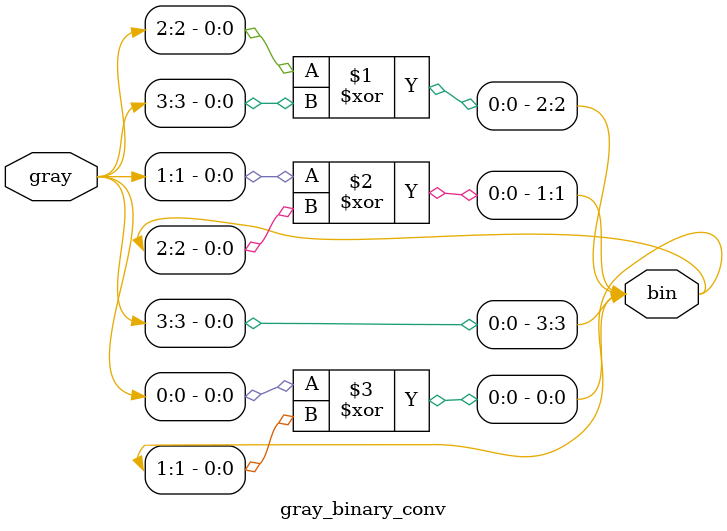
<source format=v>
module gray_binary_conv(input [3:0] gray, output [3:0] bin);
  assign bin[3] = gray[3];
  assign bin[2] = gray[2] ^ bin[3];
  assign bin[1] = gray[1] ^ bin[2];
  assign bin[0] = gray[0] ^ bin[1];
endmodule

</source>
